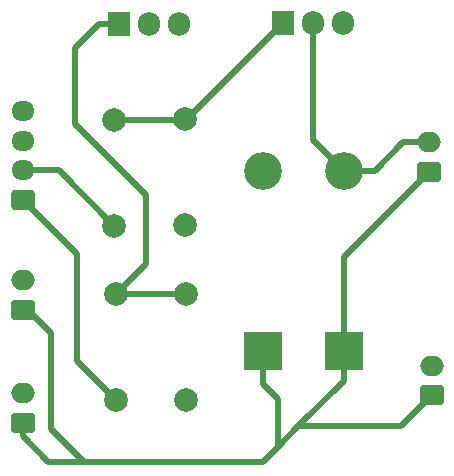
<source format=gbr>
%TF.GenerationSoftware,KiCad,Pcbnew,(6.0.2)*%
%TF.CreationDate,2022-08-24T18:01:38+01:00*%
%TF.ProjectId,solenoid_driver,736f6c65-6e6f-4696-945f-647269766572,rev?*%
%TF.SameCoordinates,Original*%
%TF.FileFunction,Copper,L1,Top*%
%TF.FilePolarity,Positive*%
%FSLAX46Y46*%
G04 Gerber Fmt 4.6, Leading zero omitted, Abs format (unit mm)*
G04 Created by KiCad (PCBNEW (6.0.2)) date 2022-08-24 18:01:38*
%MOMM*%
%LPD*%
G01*
G04 APERTURE LIST*
G04 Aperture macros list*
%AMRoundRect*
0 Rectangle with rounded corners*
0 $1 Rounding radius*
0 $2 $3 $4 $5 $6 $7 $8 $9 X,Y pos of 4 corners*
0 Add a 4 corners polygon primitive as box body*
4,1,4,$2,$3,$4,$5,$6,$7,$8,$9,$2,$3,0*
0 Add four circle primitives for the rounded corners*
1,1,$1+$1,$2,$3*
1,1,$1+$1,$4,$5*
1,1,$1+$1,$6,$7*
1,1,$1+$1,$8,$9*
0 Add four rect primitives between the rounded corners*
20,1,$1+$1,$2,$3,$4,$5,0*
20,1,$1+$1,$4,$5,$6,$7,0*
20,1,$1+$1,$6,$7,$8,$9,0*
20,1,$1+$1,$8,$9,$2,$3,0*%
G04 Aperture macros list end*
%TA.AperFunction,ComponentPad*%
%ADD10RoundRect,0.250000X0.750000X-0.600000X0.750000X0.600000X-0.750000X0.600000X-0.750000X-0.600000X0*%
%TD*%
%TA.AperFunction,ComponentPad*%
%ADD11O,2.000000X1.700000*%
%TD*%
%TA.AperFunction,ComponentPad*%
%ADD12RoundRect,0.250000X0.725000X-0.600000X0.725000X0.600000X-0.725000X0.600000X-0.725000X-0.600000X0*%
%TD*%
%TA.AperFunction,ComponentPad*%
%ADD13O,1.950000X1.700000*%
%TD*%
%TA.AperFunction,ComponentPad*%
%ADD14C,2.000000*%
%TD*%
%TA.AperFunction,ComponentPad*%
%ADD15R,3.200000X3.200000*%
%TD*%
%TA.AperFunction,ComponentPad*%
%ADD16O,3.200000X3.200000*%
%TD*%
%TA.AperFunction,ComponentPad*%
%ADD17R,1.905000X2.000000*%
%TD*%
%TA.AperFunction,ComponentPad*%
%ADD18O,1.905000X2.000000*%
%TD*%
%TA.AperFunction,Conductor*%
%ADD19C,0.500000*%
%TD*%
G04 APERTURE END LIST*
D10*
%TO.P,J5,1,Pin_1*%
%TO.N,+12V*%
X116459000Y-117729000D03*
D11*
%TO.P,J5,2,Pin_2*%
%TO.N,GND*%
X116459000Y-115229000D03*
%TD*%
D12*
%TO.P,J1,1,Pin_1*%
%TO.N,solenoid1*%
X116500000Y-98873000D03*
D13*
%TO.P,J1,2,Pin_2*%
%TO.N,solenoid2*%
X116500000Y-96373000D03*
%TO.P,J1,3,Pin_3*%
%TO.N,+5V*%
X116500000Y-93873000D03*
%TO.P,J1,4,Pin_4*%
%TO.N,GND*%
X116500000Y-91373000D03*
%TD*%
D14*
%TO.P,R1,1*%
%TO.N,GND*%
X130302000Y-115824000D03*
%TO.P,R1,2*%
%TO.N,Net-(Q2-Pad1)*%
X130302000Y-106824000D03*
%TD*%
D15*
%TO.P,D1,1,K*%
%TO.N,+12V*%
X143637000Y-111633000D03*
D16*
%TO.P,D1,2,A*%
%TO.N,Net-(D1-Pad2)*%
X143637000Y-96393000D03*
%TD*%
D15*
%TO.P,D2,1,K*%
%TO.N,+12V*%
X136779000Y-111633000D03*
D16*
%TO.P,D2,2,A*%
%TO.N,Net-(D2-Pad2)*%
X136779000Y-96393000D03*
%TD*%
D10*
%TO.P,J4,1,Pin_1*%
%TO.N,+12V*%
X151113000Y-115423000D03*
D11*
%TO.P,J4,2,Pin_2*%
%TO.N,Net-(D2-Pad2)*%
X151113000Y-112923000D03*
%TD*%
D17*
%TO.P,Q1,1,G*%
%TO.N,Net-(Q1-Pad1)*%
X138493500Y-83883500D03*
D18*
%TO.P,Q1,2,D*%
%TO.N,Net-(D1-Pad2)*%
X141033500Y-83883500D03*
%TO.P,Q1,3,S*%
%TO.N,GND*%
X143573500Y-83883500D03*
%TD*%
D17*
%TO.P,Q2,1,G*%
%TO.N,Net-(Q2-Pad1)*%
X124587000Y-83947000D03*
D18*
%TO.P,Q2,2,D*%
%TO.N,Net-(D2-Pad2)*%
X127127000Y-83947000D03*
%TO.P,Q2,3,S*%
%TO.N,GND*%
X129667000Y-83947000D03*
%TD*%
D14*
%TO.P,R2,1*%
%TO.N,GND*%
X130175000Y-101020000D03*
%TO.P,R2,2*%
%TO.N,Net-(Q1-Pad1)*%
X130175000Y-92020000D03*
%TD*%
D10*
%TO.P,J2,1,Pin_1*%
%TO.N,+12V*%
X116522500Y-108184000D03*
D11*
%TO.P,J2,2,Pin_2*%
%TO.N,GND*%
X116522500Y-105684000D03*
%TD*%
D10*
%TO.P,J3,1,Pin_1*%
%TO.N,+12V*%
X150859000Y-96500000D03*
D11*
%TO.P,J3,2,Pin_2*%
%TO.N,Net-(D1-Pad2)*%
X150859000Y-94000000D03*
%TD*%
D14*
%TO.P,R4,1*%
%TO.N,Net-(Q2-Pad1)*%
X124333000Y-106824000D03*
%TO.P,R4,2*%
%TO.N,solenoid1*%
X124333000Y-115824000D03*
%TD*%
%TO.P,R3,1*%
%TO.N,Net-(Q1-Pad1)*%
X124206000Y-92075000D03*
%TO.P,R3,2*%
%TO.N,solenoid2*%
X124206000Y-101075000D03*
%TD*%
D19*
%TO.N,+12V*%
X118872000Y-110109000D02*
X116947000Y-108184000D01*
X122809000Y-121031000D02*
X121666000Y-121031000D01*
X122809000Y-121031000D02*
X118618000Y-121031000D01*
X118872000Y-118237000D02*
X118872000Y-110109000D01*
X136779000Y-121031000D02*
X122809000Y-121031000D01*
X121666000Y-121031000D02*
X118872000Y-118237000D01*
X116947000Y-108184000D02*
X116522500Y-108184000D01*
X116459000Y-118872000D02*
X116459000Y-117729000D01*
X118618000Y-121031000D02*
X116459000Y-118872000D01*
X138049000Y-119761000D02*
X136779000Y-121031000D01*
%TO.N,Net-(Q2-Pad1)*%
X122936000Y-83947000D02*
X124587000Y-83947000D01*
X120904000Y-85979000D02*
X122936000Y-83947000D01*
X126873000Y-98425000D02*
X120904000Y-92456000D01*
X126873000Y-104284000D02*
X126873000Y-98425000D01*
X124333000Y-106824000D02*
X126873000Y-104284000D01*
X120904000Y-92456000D02*
X120904000Y-85979000D01*
%TO.N,Net-(Q1-Pad1)*%
X130302000Y-92075000D02*
X138493500Y-83883500D01*
X124206000Y-92075000D02*
X130302000Y-92075000D01*
%TO.N,solenoid2*%
X119504000Y-96373000D02*
X124206000Y-101075000D01*
X116500000Y-96373000D02*
X119504000Y-96373000D01*
%TO.N,Net-(Q1-Pad1)*%
X130120000Y-92075000D02*
X130175000Y-92020000D01*
X124206000Y-92075000D02*
X130120000Y-92075000D01*
%TO.N,Net-(Q2-Pad1)*%
X124333000Y-106824000D02*
X130302000Y-106824000D01*
%TO.N,solenoid1*%
X121031000Y-112522000D02*
X124333000Y-115824000D01*
X121031000Y-103404000D02*
X121031000Y-112522000D01*
X116500000Y-98873000D02*
X121031000Y-103404000D01*
%TO.N,Net-(D1-Pad2)*%
X141033500Y-93789500D02*
X143637000Y-96393000D01*
X141033500Y-83883500D02*
X141033500Y-93789500D01*
%TO.N,+12V*%
X139763500Y-118046500D02*
X148489500Y-118046500D01*
X143637000Y-111633000D02*
X143637000Y-103722000D01*
X143637000Y-103722000D02*
X150859000Y-96500000D01*
X143637000Y-114173000D02*
X143637000Y-111633000D01*
X138049000Y-119761000D02*
X139763500Y-118046500D01*
X136779000Y-114427000D02*
X136779000Y-111633000D01*
X148489500Y-118046500D02*
X151113000Y-115423000D01*
X138049000Y-119761000D02*
X138049000Y-115697000D01*
X139763500Y-118046500D02*
X143637000Y-114173000D01*
X138049000Y-115697000D02*
X136779000Y-114427000D01*
%TO.N,Net-(D1-Pad2)*%
X146304000Y-96393000D02*
X148697000Y-94000000D01*
X143637000Y-96393000D02*
X146304000Y-96393000D01*
X148697000Y-94000000D02*
X150859000Y-94000000D01*
%TO.N,Net-(Q2-Pad1)*%
X130247000Y-106807000D02*
X130302000Y-106752000D01*
%TO.N,Net-(Q1-Pad1)*%
X124587000Y-91639000D02*
X124206000Y-92020000D01*
%TD*%
M02*

</source>
